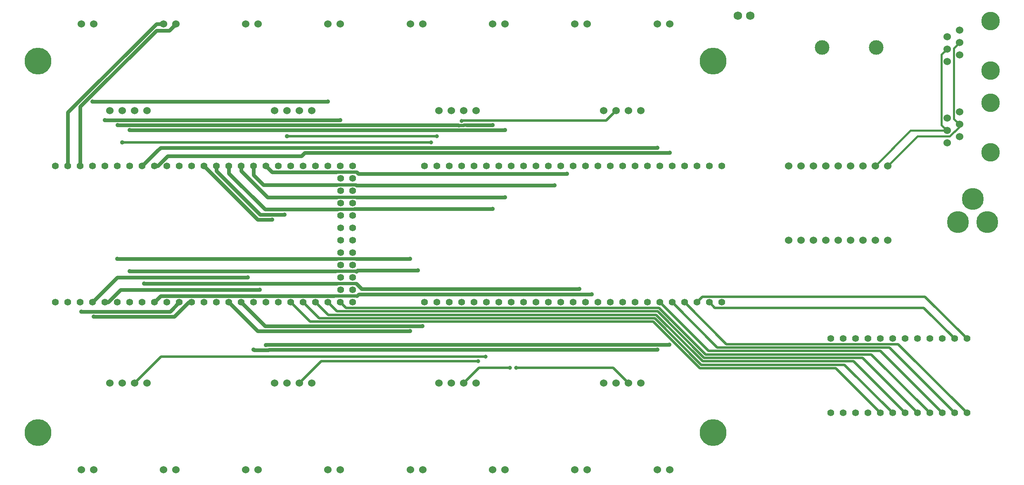
<source format=gbr>
G04 #@! TF.GenerationSoftware,KiCad,Pcbnew,(5.1.9-0-10_14)*
G04 #@! TF.CreationDate,2021-05-14T17:34:44-04:00*
G04 #@! TF.ProjectId,pressure_module,70726573-7375-4726-955f-6d6f64756c65,rev?*
G04 #@! TF.SameCoordinates,Original*
G04 #@! TF.FileFunction,Copper,L1,Top*
G04 #@! TF.FilePolarity,Positive*
%FSLAX46Y46*%
G04 Gerber Fmt 4.6, Leading zero omitted, Abs format (unit mm)*
G04 Created by KiCad (PCBNEW (5.1.9-0-10_14)) date 2021-05-14 17:34:44*
%MOMM*%
%LPD*%
G01*
G04 APERTURE LIST*
G04 #@! TA.AperFunction,ComponentPad*
%ADD10C,1.397000*%
G04 #@! TD*
G04 #@! TA.AperFunction,ComponentPad*
%ADD11C,5.500000*%
G04 #@! TD*
G04 #@! TA.AperFunction,ComponentPad*
%ADD12C,1.524000*%
G04 #@! TD*
G04 #@! TA.AperFunction,ComponentPad*
%ADD13C,3.800000*%
G04 #@! TD*
G04 #@! TA.AperFunction,ComponentPad*
%ADD14C,4.500000*%
G04 #@! TD*
G04 #@! TA.AperFunction,ComponentPad*
%ADD15C,3.000000*%
G04 #@! TD*
G04 #@! TA.AperFunction,ComponentPad*
%ADD16C,1.750000*%
G04 #@! TD*
G04 #@! TA.AperFunction,ViaPad*
%ADD17C,0.890000*%
G04 #@! TD*
G04 #@! TA.AperFunction,ViaPad*
%ADD18C,0.800000*%
G04 #@! TD*
G04 #@! TA.AperFunction,Conductor*
%ADD19C,0.762000*%
G04 #@! TD*
G04 #@! TA.AperFunction,Conductor*
%ADD20C,0.381000*%
G04 #@! TD*
G04 #@! TA.AperFunction,Conductor*
%ADD21C,0.635000*%
G04 #@! TD*
G04 #@! TA.AperFunction,Conductor*
%ADD22C,0.508000*%
G04 #@! TD*
G04 APERTURE END LIST*
D10*
G04 #@! TO.P,P24,49*
G04 #@! TO.N,GND*
X169418000Y-87566500D03*
G04 #@! TO.P,P24,47*
G04 #@! TO.N,/UC_D11*
X166878000Y-87566500D03*
G04 #@! TO.P,P24,45*
G04 #@! TO.N,/UC_D10*
X164338000Y-87566500D03*
G04 #@! TO.P,P24,43*
G04 #@! TO.N,/UC_D9*
X161798000Y-87566500D03*
G04 #@! TO.P,P24,41*
G04 #@! TO.N,/UC_D8*
X159258000Y-87566500D03*
G04 #@! TO.P,P24,39*
G04 #@! TO.N,/UC_D7*
X156718000Y-87566500D03*
G04 #@! TO.P,P24,37*
G04 #@! TO.N,GND*
X154178000Y-87566500D03*
G04 #@! TO.P,P24,35*
X151638000Y-87566500D03*
G04 #@! TO.P,P24,33*
G04 #@! TO.N,N/C*
X149098000Y-87566500D03*
G04 #@! TO.P,P24,31*
G04 #@! TO.N,GND*
X146558000Y-87566500D03*
G04 #@! TO.P,P24,29*
G04 #@! TO.N,N/C*
X144018000Y-87566500D03*
G04 #@! TO.P,P24,27*
G04 #@! TO.N,GND*
X141478000Y-87566500D03*
G04 #@! TO.P,P24,25*
G04 #@! TO.N,N/C*
X138938000Y-87566500D03*
G04 #@! TO.P,P24,23*
G04 #@! TO.N,GND*
X136398000Y-87566500D03*
G04 #@! TO.P,P24,21*
G04 #@! TO.N,N/C*
X133858000Y-87566500D03*
G04 #@! TO.P,P24,19*
G04 #@! TO.N,GND*
X131318000Y-87566500D03*
G04 #@! TO.P,P24,17*
X128778000Y-87566500D03*
G04 #@! TO.P,P24,15*
G04 #@! TO.N,/P6*
X126238000Y-87566500D03*
G04 #@! TO.P,P24,13*
G04 #@! TO.N,GND*
X123698000Y-87566500D03*
G04 #@! TO.P,P24,11*
G04 #@! TO.N,/P4*
X121158000Y-87566500D03*
G04 #@! TO.P,P24,9*
G04 #@! TO.N,GND*
X118618000Y-87566500D03*
G04 #@! TO.P,P24,7*
G04 #@! TO.N,/P2*
X116078000Y-87566500D03*
G04 #@! TO.P,P24,5*
G04 #@! TO.N,GND*
X113538000Y-87566500D03*
G04 #@! TO.P,P24,3*
G04 #@! TO.N,/P0*
X110998000Y-87566500D03*
G04 #@! TO.P,P24,1*
G04 #@! TO.N,GND*
X108458000Y-87566500D03*
G04 #@! TO.P,P24,2*
X108458000Y-59626500D03*
G04 #@! TO.P,P24,4*
G04 #@! TO.N,/P1*
X110998000Y-59626500D03*
G04 #@! TO.P,P24,6*
G04 #@! TO.N,GND*
X113538000Y-59626500D03*
G04 #@! TO.P,P24,8*
G04 #@! TO.N,/P3*
X116078000Y-59626500D03*
G04 #@! TO.P,P24,10*
G04 #@! TO.N,GND*
X118618000Y-59626500D03*
G04 #@! TO.P,P24,12*
G04 #@! TO.N,/P5*
X121158000Y-59626500D03*
G04 #@! TO.P,P24,14*
G04 #@! TO.N,GND*
X123698000Y-59626500D03*
G04 #@! TO.P,P24,16*
G04 #@! TO.N,/P7*
X126238000Y-59626500D03*
G04 #@! TO.P,P24,18*
G04 #@! TO.N,GND*
X128778000Y-59626500D03*
G04 #@! TO.P,P24,20*
X131318000Y-59626500D03*
G04 #@! TO.P,P24,22*
G04 #@! TO.N,N/C*
X133858000Y-59626500D03*
G04 #@! TO.P,P24,24*
G04 #@! TO.N,GND*
X136398000Y-59626500D03*
G04 #@! TO.P,P24,26*
G04 #@! TO.N,N/C*
X138938000Y-59626500D03*
G04 #@! TO.P,P24,28*
G04 #@! TO.N,GND*
X141478000Y-59626500D03*
G04 #@! TO.P,P24,30*
G04 #@! TO.N,N/C*
X144018000Y-59626500D03*
G04 #@! TO.P,P24,32*
G04 #@! TO.N,GND*
X146558000Y-59626500D03*
G04 #@! TO.P,P24,34*
G04 #@! TO.N,N/C*
X149098000Y-59626500D03*
G04 #@! TO.P,P24,36*
G04 #@! TO.N,GND*
X151638000Y-59626500D03*
G04 #@! TO.P,P24,38*
X154178000Y-59626500D03*
G04 #@! TO.P,P24,40*
G04 #@! TO.N,+3V3*
X156718000Y-59626500D03*
G04 #@! TO.P,P24,42*
G04 #@! TO.N,/UC_A0*
X159258000Y-59626500D03*
G04 #@! TO.P,P24,44*
G04 #@! TO.N,N/C*
X161798000Y-59626500D03*
G04 #@! TO.P,P24,46*
G04 #@! TO.N,+5V*
X164338000Y-59626500D03*
G04 #@! TO.P,P24,48*
X166878000Y-59626500D03*
G04 #@! TO.P,P24,50*
G04 #@! TO.N,GND*
X169418000Y-59626500D03*
G04 #@! TD*
D11*
G04 #@! TO.P,H3,1*
G04 #@! TO.N,N/C*
X167640000Y-38100000D03*
G04 #@! TD*
G04 #@! TO.P,H2,1*
G04 #@! TO.N,N/C*
X29210000Y-114300000D03*
G04 #@! TD*
G04 #@! TO.P,H1,1*
G04 #@! TO.N,N/C*
X29210000Y-38100000D03*
G04 #@! TD*
D12*
G04 #@! TO.P,U8,4*
G04 #@! TO.N,GND*
X145229942Y-48260000D03*
G04 #@! TO.P,U8,3*
G04 #@! TO.N,/P3*
X147769942Y-48260000D03*
G04 #@! TO.P,U8,2*
G04 #@! TO.N,+3V3*
X150309942Y-48260000D03*
G04 #@! TO.P,U8,1*
G04 #@! TO.N,N/C*
X152849942Y-48260000D03*
G04 #@! TD*
G04 #@! TO.P,U1,4*
G04 #@! TO.N,GND*
X43992800Y-48260000D03*
G04 #@! TO.P,U1,3*
G04 #@! TO.N,/P0*
X46532800Y-48260000D03*
G04 #@! TO.P,U1,2*
G04 #@! TO.N,+3V3*
X49072800Y-48260000D03*
G04 #@! TO.P,U1,1*
G04 #@! TO.N,N/C*
X51612800Y-48260000D03*
G04 #@! TD*
D10*
G04 #@! TO.P,P12,49*
G04 #@! TO.N,GND*
X93784420Y-87571580D03*
G04 #@! TO.P,P12,47*
G04 #@! TO.N,/M1_SOUT*
X91244420Y-87571580D03*
G04 #@! TO.P,P12,45*
G04 #@! TO.N,/SIN*
X88704420Y-87571580D03*
G04 #@! TO.P,P12,43*
G04 #@! TO.N,/SCLK*
X86164420Y-87571580D03*
G04 #@! TO.P,P12,41*
G04 #@! TO.N,/XLAT*
X83624420Y-87571580D03*
G04 #@! TO.P,P12,39*
G04 #@! TO.N,/GSCLK*
X81084420Y-87571580D03*
G04 #@! TO.P,P12,37*
G04 #@! TO.N,GND*
X78544420Y-87571580D03*
G04 #@! TO.P,P12,35*
G04 #@! TO.N,/PV14+*
X76004420Y-87571580D03*
G04 #@! TO.P,P12,33*
G04 #@! TO.N,/PV14-*
X73464420Y-87571580D03*
G04 #@! TO.P,P12,31*
G04 #@! TO.N,/PV12+*
X70924420Y-87571580D03*
G04 #@! TO.P,P12,29*
G04 #@! TO.N,/PV12-*
X68384420Y-87571580D03*
G04 #@! TO.P,P12,27*
G04 #@! TO.N,/PV10+*
X65844420Y-87571580D03*
G04 #@! TO.P,P12,25*
G04 #@! TO.N,/PV10-*
X63304420Y-87571580D03*
G04 #@! TO.P,P12,23*
G04 #@! TO.N,/PV8+*
X60764420Y-87571580D03*
G04 #@! TO.P,P12,21*
G04 #@! TO.N,/PV8-*
X58224420Y-87571580D03*
G04 #@! TO.P,P12,19*
G04 #@! TO.N,GND*
X55684420Y-87571580D03*
G04 #@! TO.P,P12,17*
G04 #@! TO.N,/PV6+*
X53144420Y-87571580D03*
G04 #@! TO.P,P12,15*
G04 #@! TO.N,/PV6-*
X50604420Y-87571580D03*
G04 #@! TO.P,P12,13*
G04 #@! TO.N,/PV4+*
X48064420Y-87571580D03*
G04 #@! TO.P,P12,11*
G04 #@! TO.N,/PV4-*
X45524420Y-87571580D03*
G04 #@! TO.P,P12,9*
G04 #@! TO.N,/PV2+*
X42984420Y-87571580D03*
G04 #@! TO.P,P12,7*
G04 #@! TO.N,/PV2-*
X40444420Y-87571580D03*
G04 #@! TO.P,P12,5*
G04 #@! TO.N,/PV0+*
X37904420Y-87571580D03*
G04 #@! TO.P,P12,3*
G04 #@! TO.N,/PV0-*
X35364420Y-87571580D03*
G04 #@! TO.P,P12,1*
G04 #@! TO.N,GND*
X32824420Y-87571580D03*
G04 #@! TO.P,P12,2*
X32824420Y-59631580D03*
G04 #@! TO.P,P12,4*
G04 #@! TO.N,/PV1-*
X35364420Y-59631580D03*
G04 #@! TO.P,P12,6*
G04 #@! TO.N,/PV1+*
X37904420Y-59631580D03*
G04 #@! TO.P,P12,8*
G04 #@! TO.N,/PV3-*
X40444420Y-59631580D03*
G04 #@! TO.P,P12,10*
G04 #@! TO.N,/PV3+*
X42984420Y-59631580D03*
G04 #@! TO.P,P12,12*
G04 #@! TO.N,/PV5-*
X45524420Y-59631580D03*
G04 #@! TO.P,P12,14*
G04 #@! TO.N,/PV5+*
X48064420Y-59631580D03*
G04 #@! TO.P,P12,16*
G04 #@! TO.N,/PV7-*
X50604420Y-59631580D03*
G04 #@! TO.P,P12,18*
G04 #@! TO.N,/PV7+*
X53144420Y-59631580D03*
G04 #@! TO.P,P12,20*
G04 #@! TO.N,GND*
X55684420Y-59631580D03*
G04 #@! TO.P,P12,22*
G04 #@! TO.N,/PV9-*
X58224420Y-59631580D03*
G04 #@! TO.P,P12,24*
G04 #@! TO.N,/PV9+*
X60764420Y-59631580D03*
G04 #@! TO.P,P12,26*
G04 #@! TO.N,/PV11-*
X63304420Y-59631580D03*
G04 #@! TO.P,P12,28*
G04 #@! TO.N,/PV11+*
X65844420Y-59631580D03*
G04 #@! TO.P,P12,30*
G04 #@! TO.N,/PV13-*
X68384420Y-59631580D03*
G04 #@! TO.P,P12,32*
G04 #@! TO.N,/PV13+*
X70924420Y-59631580D03*
G04 #@! TO.P,P12,34*
G04 #@! TO.N,/PV15-*
X73464420Y-59631580D03*
G04 #@! TO.P,P12,36*
G04 #@! TO.N,/PV15+*
X76004420Y-59631580D03*
G04 #@! TO.P,P12,38*
G04 #@! TO.N,GND*
X78544420Y-59631580D03*
G04 #@! TO.P,P12,40*
G04 #@! TO.N,N/C*
X81084420Y-59631580D03*
G04 #@! TO.P,P12,42*
X83624420Y-59631580D03*
G04 #@! TO.P,P12,44*
X86164420Y-59631580D03*
G04 #@! TO.P,P12,46*
G04 #@! TO.N,+5V*
X88704420Y-59631580D03*
G04 #@! TO.P,P12,48*
X91244420Y-59631580D03*
G04 #@! TO.P,P12,50*
G04 #@! TO.N,GND*
X93784420Y-59631580D03*
G04 #@! TD*
D12*
G04 #@! TO.P,U6,4*
G04 #@! TO.N,GND*
X111484228Y-48260000D03*
G04 #@! TO.P,U6,3*
G04 #@! TO.N,/P2*
X114024228Y-48260000D03*
G04 #@! TO.P,U6,2*
G04 #@! TO.N,+3V3*
X116564228Y-48260000D03*
G04 #@! TO.P,U6,1*
G04 #@! TO.N,N/C*
X119104228Y-48260000D03*
G04 #@! TD*
D10*
G04 #@! TO.P,P21,23*
G04 #@! TO.N,/UC_D9*
X219710000Y-110236000D03*
G04 #@! TO.P,P21,21*
G04 #@! TO.N,/UC_D8*
X217170000Y-110236000D03*
G04 #@! TO.P,P21,19*
G04 #@! TO.N,/UC_D7*
X214630000Y-110236000D03*
G04 #@! TO.P,P21,17*
G04 #@! TO.N,/M1_SOUT*
X212090000Y-110236000D03*
G04 #@! TO.P,P21,15*
G04 #@! TO.N,/SIN*
X209550000Y-110236000D03*
G04 #@! TO.P,P21,13*
G04 #@! TO.N,/SCLK*
X207010000Y-110236000D03*
G04 #@! TO.P,P21,11*
G04 #@! TO.N,/XLAT*
X204470000Y-110236000D03*
G04 #@! TO.P,P21,7*
G04 #@! TO.N,GND*
X199390000Y-110236000D03*
G04 #@! TO.P,P21,5*
G04 #@! TO.N,Net-(C1-Pad1)*
X196850000Y-110236000D03*
G04 #@! TO.P,P21,3*
G04 #@! TO.N,/UC_RX*
X194310000Y-110236000D03*
G04 #@! TO.P,P21,1*
G04 #@! TO.N,/UC_TX*
X191770000Y-110236000D03*
G04 #@! TO.P,P21,9*
G04 #@! TO.N,/GSCLK*
X201930000Y-110236000D03*
G04 #@! TO.P,P21,10*
G04 #@! TO.N,N/C*
X201930000Y-94996000D03*
G04 #@! TO.P,P21,2*
G04 #@! TO.N,+5V*
X191770000Y-94996000D03*
G04 #@! TO.P,P21,4*
G04 #@! TO.N,GND*
X194310000Y-94996000D03*
G04 #@! TO.P,P21,6*
G04 #@! TO.N,N/C*
X196850000Y-94996000D03*
G04 #@! TO.P,P21,8*
X199390000Y-94996000D03*
G04 #@! TO.P,P21,12*
X204470000Y-94996000D03*
G04 #@! TO.P,P21,14*
X207010000Y-94996000D03*
G04 #@! TO.P,P21,16*
G04 #@! TO.N,/UC_A0*
X209550000Y-94996000D03*
G04 #@! TO.P,P21,18*
G04 #@! TO.N,N/C*
X212090000Y-94996000D03*
G04 #@! TO.P,P21,20*
G04 #@! TO.N,/UC_D12*
X214630000Y-94996000D03*
G04 #@! TO.P,P21,22*
G04 #@! TO.N,/UC_D11*
X217170000Y-94996000D03*
G04 #@! TO.P,P21,24*
G04 #@! TO.N,/UC_D10*
X219710000Y-94996000D03*
G04 #@! TD*
D12*
G04 #@! TO.P,P5,18*
G04 #@! TO.N,/B*
X203454000Y-59626500D03*
G04 #@! TO.P,P5,16*
G04 #@! TO.N,/A*
X200914000Y-59626500D03*
G04 #@! TO.P,P5,14*
G04 #@! TO.N,N/C*
X198374000Y-59626500D03*
G04 #@! TO.P,P5,12*
X195834000Y-59626500D03*
G04 #@! TO.P,P5,10*
X193294000Y-59626500D03*
G04 #@! TO.P,P5,8*
X190754000Y-59626500D03*
G04 #@! TO.P,P5,6*
X188214000Y-59626500D03*
G04 #@! TO.P,P5,4*
X185674000Y-59626500D03*
G04 #@! TO.P,P5,2*
G04 #@! TO.N,GND*
X183134000Y-59626500D03*
G04 #@! TO.P,P5,1*
X183134000Y-74866500D03*
G04 #@! TO.P,P5,3*
G04 #@! TO.N,/UC_TX*
X185674000Y-74866500D03*
G04 #@! TO.P,P5,5*
G04 #@! TO.N,/UC_RX*
X188214000Y-74866500D03*
G04 #@! TO.P,P5,7*
G04 #@! TO.N,/UC_D12*
X190754000Y-74866500D03*
G04 #@! TO.P,P5,9*
G04 #@! TO.N,N/C*
X193294000Y-74866500D03*
G04 #@! TO.P,P5,11*
X195834000Y-74866500D03*
G04 #@! TO.P,P5,13*
X198374000Y-74866500D03*
G04 #@! TO.P,P5,15*
G04 #@! TO.N,+5V*
X200914000Y-74866500D03*
G04 #@! TO.P,P5,17*
G04 #@! TO.N,GND*
X203454000Y-74866500D03*
G04 #@! TD*
G04 #@! TO.P,P11,1*
G04 #@! TO.N,N/C*
X215658700Y-38160560D03*
G04 #@! TO.P,P11,3*
G04 #@! TO.N,/A*
X215658700Y-35620560D03*
G04 #@! TO.P,P11,5*
G04 #@! TO.N,GND*
X215658700Y-33080560D03*
G04 #@! TO.P,P11,2*
X218198700Y-36870560D03*
G04 #@! TO.P,P11,4*
G04 #@! TO.N,/B*
X218198700Y-34330560D03*
D13*
G04 #@! TO.P,P11,MECH*
G04 #@! TO.N,N/C*
X224548700Y-29880560D03*
X224548700Y-40040560D03*
D12*
G04 #@! TO.P,P11,6*
X218198700Y-31790560D03*
G04 #@! TD*
G04 #@! TO.P,P10,1*
G04 #@! TO.N,N/C*
X215658700Y-54899160D03*
G04 #@! TO.P,P10,3*
G04 #@! TO.N,/A*
X215658700Y-52359160D03*
G04 #@! TO.P,P10,5*
G04 #@! TO.N,GND*
X215658700Y-49819160D03*
G04 #@! TO.P,P10,2*
X218198700Y-53609160D03*
G04 #@! TO.P,P10,4*
G04 #@! TO.N,/B*
X218198700Y-51069160D03*
D13*
G04 #@! TO.P,P10,MECH*
G04 #@! TO.N,N/C*
X224548700Y-46619160D03*
X224548700Y-56779160D03*
D12*
G04 #@! TO.P,P10,6*
X218198700Y-48529160D03*
G04 #@! TD*
D14*
G04 #@! TO.P,P22,3*
G04 #@! TO.N,GND*
X220903800Y-66394600D03*
G04 #@! TO.P,P22,2*
X223903800Y-71094600D03*
G04 #@! TO.P,P22,1*
G04 #@! TO.N,+5V*
X217903800Y-71094600D03*
G04 #@! TD*
D10*
G04 #@! TO.P,P25,10*
G04 #@! TO.N,+5V*
X91313000Y-62166500D03*
G04 #@! TO.P,P25,9*
X91313000Y-64706500D03*
G04 #@! TO.P,P25,8*
X91313000Y-67246500D03*
G04 #@! TO.P,P25,7*
X91313000Y-69786500D03*
G04 #@! TO.P,P25,6*
X91313000Y-72326500D03*
G04 #@! TO.P,P25,4*
X91313000Y-77406500D03*
G04 #@! TO.P,P25,3*
X91313000Y-79946500D03*
G04 #@! TO.P,P25,2*
X91313000Y-82486500D03*
G04 #@! TO.P,P25,1*
X91313000Y-85026500D03*
G04 #@! TO.P,P25,5*
X91313000Y-74866500D03*
G04 #@! TD*
G04 #@! TO.P,P26,10*
G04 #@! TO.N,GND*
X93789500Y-62166500D03*
G04 #@! TO.P,P26,9*
X93789500Y-64706500D03*
G04 #@! TO.P,P26,8*
X93789500Y-67246500D03*
G04 #@! TO.P,P26,7*
X93789500Y-69786500D03*
G04 #@! TO.P,P26,6*
X93789500Y-72326500D03*
G04 #@! TO.P,P26,4*
X93789500Y-77406500D03*
G04 #@! TO.P,P26,3*
X93789500Y-79946500D03*
G04 #@! TO.P,P26,2*
X93789500Y-82486500D03*
G04 #@! TO.P,P26,1*
X93789500Y-85026500D03*
G04 #@! TO.P,P26,5*
X93789500Y-74866500D03*
G04 #@! TD*
D12*
G04 #@! TO.P,U2,4*
G04 #@! TO.N,GND*
X51612800Y-104140000D03*
G04 #@! TO.P,U2,3*
G04 #@! TO.N,/P4*
X49072800Y-104140000D03*
G04 #@! TO.P,U2,2*
G04 #@! TO.N,+3V3*
X46532800Y-104140000D03*
G04 #@! TO.P,U2,1*
G04 #@! TO.N,N/C*
X43992800Y-104140000D03*
G04 #@! TD*
G04 #@! TO.P,U4,4*
G04 #@! TO.N,GND*
X77738514Y-48260000D03*
G04 #@! TO.P,U4,3*
G04 #@! TO.N,/P1*
X80278514Y-48260000D03*
G04 #@! TO.P,U4,2*
G04 #@! TO.N,+3V3*
X82818514Y-48260000D03*
G04 #@! TO.P,U4,1*
G04 #@! TO.N,N/C*
X85358514Y-48260000D03*
G04 #@! TD*
G04 #@! TO.P,U5,4*
G04 #@! TO.N,GND*
X85358514Y-104140000D03*
G04 #@! TO.P,U5,3*
G04 #@! TO.N,/P5*
X82818514Y-104140000D03*
G04 #@! TO.P,U5,2*
G04 #@! TO.N,+3V3*
X80278514Y-104140000D03*
G04 #@! TO.P,U5,1*
G04 #@! TO.N,N/C*
X77738514Y-104140000D03*
G04 #@! TD*
G04 #@! TO.P,U7,4*
G04 #@! TO.N,GND*
X119104228Y-104140000D03*
G04 #@! TO.P,U7,3*
G04 #@! TO.N,/P6*
X116564228Y-104140000D03*
G04 #@! TO.P,U7,2*
G04 #@! TO.N,+3V3*
X114024228Y-104140000D03*
G04 #@! TO.P,U7,1*
G04 #@! TO.N,N/C*
X111484228Y-104140000D03*
G04 #@! TD*
G04 #@! TO.P,U9,4*
G04 #@! TO.N,GND*
X152849942Y-104140000D03*
G04 #@! TO.P,U9,3*
G04 #@! TO.N,/P7*
X150309942Y-104140000D03*
G04 #@! TO.P,U9,2*
G04 #@! TO.N,+3V3*
X147769942Y-104140000D03*
G04 #@! TO.P,U9,1*
G04 #@! TO.N,N/C*
X145229942Y-104140000D03*
G04 #@! TD*
G04 #@! TO.P,P1,2*
G04 #@! TO.N,/PV0-*
X38100000Y-30480000D03*
G04 #@! TO.P,P1,1*
G04 #@! TO.N,/PV0+*
X40640000Y-30480000D03*
G04 #@! TD*
G04 #@! TO.P,P2,2*
G04 #@! TO.N,/PV1-*
X54972857Y-30480000D03*
G04 #@! TO.P,P2,1*
G04 #@! TO.N,/PV1+*
X57512857Y-30480000D03*
G04 #@! TD*
G04 #@! TO.P,P3,2*
G04 #@! TO.N,/PV2-*
X71845714Y-30480000D03*
G04 #@! TO.P,P3,1*
G04 #@! TO.N,/PV2+*
X74385714Y-30480000D03*
G04 #@! TD*
G04 #@! TO.P,P4,2*
G04 #@! TO.N,/PV3-*
X88718571Y-30480000D03*
G04 #@! TO.P,P4,1*
G04 #@! TO.N,/PV3+*
X91258571Y-30480000D03*
G04 #@! TD*
G04 #@! TO.P,P6,2*
G04 #@! TO.N,/PV4-*
X105591428Y-30480000D03*
G04 #@! TO.P,P6,1*
G04 #@! TO.N,/PV4+*
X108131428Y-30480000D03*
G04 #@! TD*
G04 #@! TO.P,P7,2*
G04 #@! TO.N,/PV5-*
X122464285Y-30480000D03*
G04 #@! TO.P,P7,1*
G04 #@! TO.N,/PV5+*
X125004285Y-30480000D03*
G04 #@! TD*
G04 #@! TO.P,P8,2*
G04 #@! TO.N,/PV6-*
X139337142Y-30480000D03*
G04 #@! TO.P,P8,1*
G04 #@! TO.N,/PV6+*
X141877142Y-30480000D03*
G04 #@! TD*
G04 #@! TO.P,P9,2*
G04 #@! TO.N,/PV7-*
X156210000Y-30480000D03*
G04 #@! TO.P,P9,1*
G04 #@! TO.N,/PV7+*
X158750000Y-30480000D03*
G04 #@! TD*
G04 #@! TO.P,P13,2*
G04 #@! TO.N,/PV8-*
X38100000Y-121920000D03*
G04 #@! TO.P,P13,1*
G04 #@! TO.N,/PV8+*
X40640000Y-121920000D03*
G04 #@! TD*
G04 #@! TO.P,P14,2*
G04 #@! TO.N,/PV9-*
X54972857Y-121920000D03*
G04 #@! TO.P,P14,1*
G04 #@! TO.N,/PV9+*
X57512857Y-121920000D03*
G04 #@! TD*
G04 #@! TO.P,P15,2*
G04 #@! TO.N,/PV10-*
X71845714Y-121920000D03*
G04 #@! TO.P,P15,1*
G04 #@! TO.N,/PV10+*
X74385714Y-121920000D03*
G04 #@! TD*
G04 #@! TO.P,P16,2*
G04 #@! TO.N,/PV11-*
X88718571Y-121920000D03*
G04 #@! TO.P,P16,1*
G04 #@! TO.N,/PV11+*
X91258571Y-121920000D03*
G04 #@! TD*
G04 #@! TO.P,P17,2*
G04 #@! TO.N,/PV12-*
X105591428Y-121920000D03*
G04 #@! TO.P,P17,1*
G04 #@! TO.N,/PV12+*
X108131428Y-121920000D03*
G04 #@! TD*
G04 #@! TO.P,P18,2*
G04 #@! TO.N,/PV13-*
X122464285Y-121920000D03*
G04 #@! TO.P,P18,1*
G04 #@! TO.N,/PV13+*
X125004285Y-121920000D03*
G04 #@! TD*
G04 #@! TO.P,P19,2*
G04 #@! TO.N,/PV14-*
X156210000Y-121920000D03*
G04 #@! TO.P,P19,1*
G04 #@! TO.N,/PV14+*
X158750000Y-121920000D03*
G04 #@! TD*
G04 #@! TO.P,P20,2*
G04 #@! TO.N,/PV15-*
X139337142Y-121920000D03*
G04 #@! TO.P,P20,1*
G04 #@! TO.N,/PV15+*
X141877142Y-121920000D03*
G04 #@! TD*
D15*
G04 #@! TO.P,P23,2*
G04 #@! TO.N,GND*
X201145000Y-35306000D03*
G04 #@! TO.P,P23,1*
G04 #@! TO.N,+5V*
X190015000Y-35306000D03*
G04 #@! TD*
D11*
G04 #@! TO.P,H4,1*
G04 #@! TO.N,N/C*
X167640000Y-114300000D03*
G04 #@! TD*
D16*
G04 #@! TO.P,P27,1*
G04 #@! TO.N,+5V*
X175310800Y-28803600D03*
G04 #@! TO.P,P27,2*
G04 #@! TO.N,GND*
X172770800Y-28803600D03*
G04 #@! TD*
D17*
G04 #@! TO.N,/PV2-*
X72237600Y-82499200D03*
G04 #@! TO.N,/PV2+*
X74676000Y-85039200D03*
G04 #@! TO.N,/PV3+*
X91236800Y-50221199D03*
X42976800Y-50241200D03*
G04 #@! TO.N,/PV3-*
X88696800Y-46380400D03*
X40436800Y-46431200D03*
G04 #@! TO.N,/PV4-*
X105562400Y-78638400D03*
X45516800Y-78689200D03*
G04 #@! TO.N,/PV4+*
X107137200Y-81026000D03*
X48056800Y-81229200D03*
G04 #@! TO.N,/PV5+*
X124968000Y-52273200D03*
X48056800Y-52273200D03*
G04 #@! TO.N,/PV5-*
X122428000Y-51206400D03*
X45567600Y-51257200D03*
G04 #@! TO.N,/PV6-*
X140208000Y-84876800D03*
X51003200Y-83769200D03*
G04 #@! TO.N,/PV6+*
X142798800Y-85902800D03*
G04 #@! TO.N,/PV7+*
X158750000Y-56896000D03*
G04 #@! TO.N,/PV7-*
X156210000Y-55870000D03*
G04 #@! TO.N,/PV15+*
X137668000Y-61214000D03*
G04 #@! TO.N,/PV15-*
X135128000Y-63550800D03*
G04 #@! TO.N,/PV13+*
X125018800Y-66040000D03*
G04 #@! TO.N,/PV13-*
X122478800Y-68427600D03*
G04 #@! TO.N,/PV11+*
X79756000Y-69555200D03*
G04 #@! TO.N,/PV11-*
X77216000Y-70581200D03*
G04 #@! TO.N,/PV8-*
X38100000Y-89458800D03*
G04 #@! TO.N,/PV8+*
X40640000Y-90484800D03*
G04 #@! TO.N,/PV12-*
X105511600Y-93481121D03*
G04 #@! TO.N,/PV12+*
X108102400Y-92455121D03*
G04 #@! TO.N,/PV14-*
X156210000Y-97292000D03*
X73456800Y-97282000D03*
G04 #@! TO.N,/PV14+*
X158699200Y-96266000D03*
X75996800Y-96316800D03*
D18*
G04 #@! TO.N,/P6*
X126034800Y-100990400D03*
G04 #@! TO.N,/P4*
X121056400Y-98755200D03*
G04 #@! TO.N,/P0*
X109829600Y-54762400D03*
D17*
X46532800Y-54762400D03*
D18*
G04 #@! TO.N,/P1*
X110998000Y-53543200D03*
D17*
X80264000Y-53543200D03*
D18*
G04 #@! TO.N,/P3*
X116078000Y-50393600D03*
G04 #@! TO.N,/P5*
X119481600Y-99609200D03*
G04 #@! TO.N,/P7*
X127254000Y-100990400D03*
G04 #@! TD*
D19*
G04 #@! TO.N,/PV1+*
X37904420Y-47445098D02*
X37904420Y-59631580D01*
X53526517Y-31823001D02*
X37904420Y-47445098D01*
X57512857Y-30480000D02*
X56169856Y-31823001D01*
X56169856Y-31823001D02*
X53526517Y-31823001D01*
G04 #@! TO.N,/PV1-*
X35364420Y-48624611D02*
X35364420Y-59631580D01*
X53509031Y-30480000D02*
X35364420Y-48624611D01*
X54972857Y-30480000D02*
X53509031Y-30480000D01*
G04 #@! TO.N,/PV2-*
X45516800Y-82499200D02*
X40444420Y-87571580D01*
X72237600Y-82499200D02*
X45516800Y-82499200D01*
G04 #@! TO.N,/PV2+*
X46163138Y-85039200D02*
X43630758Y-87571580D01*
X43630758Y-87571580D02*
X42984420Y-87571580D01*
X74676000Y-85039200D02*
X46163138Y-85039200D01*
G04 #@! TO.N,/PV3+*
X42996801Y-50221199D02*
X42976800Y-50241200D01*
X91236800Y-50221199D02*
X42996801Y-50221199D01*
G04 #@! TO.N,/PV3-*
X40487600Y-46380400D02*
X40436800Y-46431200D01*
X88696800Y-46380400D02*
X40487600Y-46380400D01*
D20*
G04 #@! TO.N,/A*
X214506199Y-51206659D02*
X215658700Y-52359160D01*
X214506199Y-36773061D02*
X214506199Y-51206659D01*
X215658700Y-35620560D02*
X214506199Y-36773061D01*
X208181340Y-52359160D02*
X215658700Y-52359160D01*
X200914000Y-59626500D02*
X208181340Y-52359160D01*
G04 #@! TO.N,/B*
X217046199Y-35483061D02*
X217046199Y-49916659D01*
X217046199Y-49916659D02*
X218198700Y-51069160D01*
X218198700Y-34330560D02*
X217046199Y-35483061D01*
X216211901Y-53511661D02*
X218198700Y-51524862D01*
X218198700Y-51524862D02*
X218198700Y-51069160D01*
X209568839Y-53511661D02*
X216211901Y-53511661D01*
X203454000Y-59626500D02*
X209568839Y-53511661D01*
D19*
G04 #@! TO.N,/PV4-*
X105562400Y-78638400D02*
X94451262Y-78638400D01*
D21*
X94451262Y-78638400D02*
X90525600Y-78638400D01*
D19*
X45567600Y-78638400D02*
X45516800Y-78689200D01*
X90525600Y-78638400D02*
X45567600Y-78638400D01*
G04 #@! TO.N,/PV4+*
X107137200Y-81026000D02*
X94792800Y-81026000D01*
X94792800Y-81026000D02*
X94538800Y-81280000D01*
D21*
X94792800Y-81026000D02*
X94589600Y-81229200D01*
X94792800Y-81026000D02*
X94640400Y-81178400D01*
X94640400Y-81178400D02*
X90322400Y-81178400D01*
D19*
X48107600Y-81178400D02*
X48056800Y-81229200D01*
X90322400Y-81178400D02*
X48107600Y-81178400D01*
G04 #@! TO.N,/PV5+*
X124968000Y-52273200D02*
X88849200Y-52273200D01*
X88849200Y-52273200D02*
X53898800Y-52273200D01*
X53898800Y-52273200D02*
X48056800Y-52273200D01*
G04 #@! TO.N,/PV5-*
X122428000Y-51206400D02*
X117144800Y-51206400D01*
D21*
X116518401Y-51311101D02*
X115522301Y-51311101D01*
X116623102Y-51206400D02*
X116518401Y-51311101D01*
X117144800Y-51206400D02*
X116623102Y-51206400D01*
D19*
X45577601Y-51247199D02*
X45567600Y-51257200D01*
X115458399Y-51247199D02*
X45577601Y-51247199D01*
X115522301Y-51311101D02*
X115458399Y-51247199D01*
G04 #@! TO.N,/PV6-*
X140208000Y-84876800D02*
X95595600Y-84876800D01*
X95595600Y-84876800D02*
X94488000Y-83769200D01*
D21*
X94488000Y-83769200D02*
X93980000Y-83769200D01*
X93980000Y-83769200D02*
X90525600Y-83769200D01*
D19*
X90525600Y-83769200D02*
X51003200Y-83769200D01*
G04 #@! TO.N,/PV6+*
X142798800Y-85902800D02*
X95046800Y-85902800D01*
X95046800Y-85902800D02*
X94640400Y-86309200D01*
D21*
X94640400Y-86309200D02*
X91541600Y-86309200D01*
X91541600Y-86309200D02*
X89916000Y-86309200D01*
D19*
X54423921Y-86292079D02*
X53144420Y-87571580D01*
X89898879Y-86292079D02*
X54423921Y-86292079D01*
X89916000Y-86309200D02*
X89898879Y-86292079D01*
G04 #@! TO.N,/PV7+*
X53790758Y-59631580D02*
X53144420Y-59631580D01*
X55815138Y-57607200D02*
X53790758Y-59631580D01*
X83261200Y-57607200D02*
X55815138Y-57607200D01*
X83972400Y-56896000D02*
X83261200Y-57607200D01*
X158750000Y-56896000D02*
X83972400Y-56896000D01*
G04 #@! TO.N,/PV7-*
X53654800Y-56581200D02*
X50604420Y-59631580D01*
X54366000Y-55870000D02*
X53654800Y-56581200D01*
X156210000Y-55870000D02*
X54366000Y-55870000D01*
G04 #@! TO.N,/PV15+*
X137668000Y-61214000D02*
X94945200Y-61214000D01*
X94945200Y-61214000D02*
X94640400Y-60909200D01*
D21*
X93980000Y-60909200D02*
X93929200Y-60858400D01*
X94640400Y-60909200D02*
X93980000Y-60909200D01*
X93929200Y-60858400D02*
X90474800Y-60858400D01*
D19*
X77283921Y-60911081D02*
X76004420Y-59631580D01*
X90422119Y-60911081D02*
X77283921Y-60911081D01*
X90474800Y-60858400D02*
X90422119Y-60911081D01*
G04 #@! TO.N,/PV15-*
X135128000Y-63550800D02*
X94538800Y-63550800D01*
D21*
X94478499Y-63490499D02*
X90535101Y-63490499D01*
X94538800Y-63550800D02*
X94478499Y-63490499D01*
D19*
X73464420Y-61506240D02*
X73464420Y-59631580D01*
X75448679Y-63490499D02*
X73464420Y-61506240D01*
X90535101Y-63490499D02*
X75448679Y-63490499D01*
G04 #@! TO.N,/PV13+*
X125018800Y-66040000D02*
X94488000Y-66040000D01*
D21*
X94478499Y-66030499D02*
X90585901Y-66030499D01*
X94488000Y-66040000D02*
X94478499Y-66030499D01*
D22*
X70924420Y-60147122D02*
X70924420Y-59631580D01*
D19*
X90585901Y-66030499D02*
X76628193Y-66030499D01*
X76335511Y-66030499D02*
X76628193Y-66030499D01*
X70924420Y-60619408D02*
X76335511Y-66030499D01*
X70924420Y-59631580D02*
X70924420Y-60619408D01*
G04 #@! TO.N,/PV13-*
X122478800Y-68427600D02*
X94386400Y-68427600D01*
D21*
X94183200Y-68427600D02*
X94081600Y-68529200D01*
X94386400Y-68427600D02*
X94183200Y-68427600D01*
X94081600Y-68529200D02*
X90728800Y-68529200D01*
D19*
X90728800Y-68529200D02*
X75793600Y-68529200D01*
X68384420Y-61120020D02*
X68384420Y-59631580D01*
X75793600Y-68529200D02*
X68384420Y-61120020D01*
G04 #@! TO.N,/PV11+*
X65844420Y-60619408D02*
X65844420Y-59631580D01*
X74780212Y-69555200D02*
X65844420Y-60619408D01*
X79756000Y-69555200D02*
X74780212Y-69555200D01*
G04 #@! TO.N,/PV11-*
X74254040Y-70581200D02*
X63304420Y-59631580D01*
X77216000Y-70581200D02*
X74254040Y-70581200D01*
G04 #@! TO.N,/PV8-*
X56337200Y-89458800D02*
X58224420Y-87571580D01*
X38100000Y-89458800D02*
X56337200Y-89458800D01*
G04 #@! TO.N,/PV8+*
X60118082Y-87571580D02*
X60764420Y-87571580D01*
X57204862Y-90484800D02*
X60118082Y-87571580D01*
X40640000Y-90484800D02*
X57204862Y-90484800D01*
G04 #@! TO.N,/PV12-*
X74293961Y-93481121D02*
X68384420Y-87571580D01*
X105511600Y-93481121D02*
X74293961Y-93481121D01*
G04 #@! TO.N,/PV12+*
X75807961Y-92455121D02*
X70924420Y-87571580D01*
X108102400Y-92455121D02*
X75807961Y-92455121D01*
G04 #@! TO.N,/PV14-*
X73517601Y-97342801D02*
X73456800Y-97282000D01*
X76489281Y-97342801D02*
X73517601Y-97342801D01*
X76540082Y-97292000D02*
X76489281Y-97342801D01*
X156210000Y-97292000D02*
X76540082Y-97292000D01*
G04 #@! TO.N,/PV14+*
X76047600Y-96266000D02*
X75996800Y-96316800D01*
X158699200Y-96266000D02*
X76047600Y-96266000D01*
D22*
G04 #@! TO.N,/GSCLK*
X164968266Y-101104570D02*
X192798570Y-101104570D01*
X155419817Y-91556121D02*
X164968266Y-101104570D01*
X85068961Y-91556121D02*
X155419817Y-91556121D01*
X192798570Y-101104570D02*
X201930000Y-110236000D01*
X81084420Y-87571580D02*
X85068961Y-91556121D01*
G04 #@! TO.N,/XLAT*
X194630560Y-100396560D02*
X204470000Y-110236000D01*
X155713083Y-90848111D02*
X165261531Y-100396560D01*
X165261531Y-100396560D02*
X194630560Y-100396560D01*
X86900951Y-90848111D02*
X155713083Y-90848111D01*
X83624420Y-87571580D02*
X86900951Y-90848111D01*
G04 #@! TO.N,/SCLK*
X165554798Y-99688550D02*
X196462550Y-99688550D01*
X88732941Y-90140101D02*
X156006349Y-90140101D01*
X196462550Y-99688550D02*
X207010000Y-110236000D01*
X156006349Y-90140101D02*
X165554798Y-99688550D01*
X86164420Y-87571580D02*
X88732941Y-90140101D01*
G04 #@! TO.N,/SIN*
X198294541Y-98980541D02*
X209550000Y-110236000D01*
X165848064Y-98980541D02*
X198294541Y-98980541D01*
X156299615Y-89432091D02*
X165848064Y-98980541D01*
X90564931Y-89432091D02*
X156299615Y-89432091D01*
X88704420Y-87571580D02*
X90564931Y-89432091D01*
G04 #@! TO.N,/M1_SOUT*
X200126531Y-98272531D02*
X212090000Y-110236000D01*
X166141331Y-98272531D02*
X200126531Y-98272531D01*
X156592881Y-88724081D02*
X166141331Y-98272531D01*
X92396921Y-88724081D02*
X156592881Y-88724081D01*
X91244420Y-87571580D02*
X92396921Y-88724081D01*
G04 #@! TO.N,/UC_D10*
X165490501Y-86413999D02*
X211127999Y-86413999D01*
X211127999Y-86413999D02*
X219710000Y-94996000D01*
X164338000Y-87566500D02*
X165490501Y-86413999D01*
G04 #@! TO.N,/UC_D11*
X210893001Y-88719001D02*
X217170000Y-94996000D01*
X168030501Y-88719001D02*
X210893001Y-88719001D01*
X166878000Y-87566500D02*
X168030501Y-88719001D01*
G04 #@! TO.N,/UC_D7*
X166716021Y-97564521D02*
X201958521Y-97564521D01*
X201958521Y-97564521D02*
X214630000Y-110236000D01*
X156718000Y-87566500D02*
X166716021Y-97564521D01*
G04 #@! TO.N,/UC_D8*
X203790511Y-96856511D02*
X217170000Y-110236000D01*
X168548011Y-96856511D02*
X203790511Y-96856511D01*
X159258000Y-87566500D02*
X168548011Y-96856511D01*
G04 #@! TO.N,/UC_D9*
X205622501Y-96148501D02*
X219710000Y-110236000D01*
X170380001Y-96148501D02*
X205622501Y-96148501D01*
X161798000Y-87566500D02*
X170380001Y-96148501D01*
G04 #@! TO.N,/P6*
X119713828Y-100990400D02*
X126034800Y-100990400D01*
X116564228Y-104140000D02*
X119713828Y-100990400D01*
G04 #@! TO.N,/P4*
X54457600Y-98755200D02*
X121056400Y-98755200D01*
X49072800Y-104140000D02*
X54457600Y-98755200D01*
G04 #@! TO.N,/P0*
X53035200Y-54762400D02*
X109829600Y-54762400D01*
X46532800Y-54762400D02*
X53035200Y-54762400D01*
G04 #@! TO.N,/P1*
X85561714Y-53543200D02*
X110998000Y-53543200D01*
X80264000Y-53543200D02*
X85561714Y-53543200D01*
G04 #@! TO.N,/P3*
X147769942Y-48260000D02*
X145737942Y-50292000D01*
X116179600Y-50292000D02*
X116078000Y-50393600D01*
X145737942Y-50292000D02*
X116179600Y-50292000D01*
G04 #@! TO.N,/P5*
X119481599Y-99609201D02*
X119481600Y-99609200D01*
X87349313Y-99609201D02*
X119481599Y-99609201D01*
X82818514Y-104140000D02*
X87349313Y-99609201D01*
G04 #@! TO.N,/P7*
X147160342Y-100990400D02*
X127254000Y-100990400D01*
X150309942Y-104140000D02*
X147160342Y-100990400D01*
G04 #@! TD*
M02*

</source>
